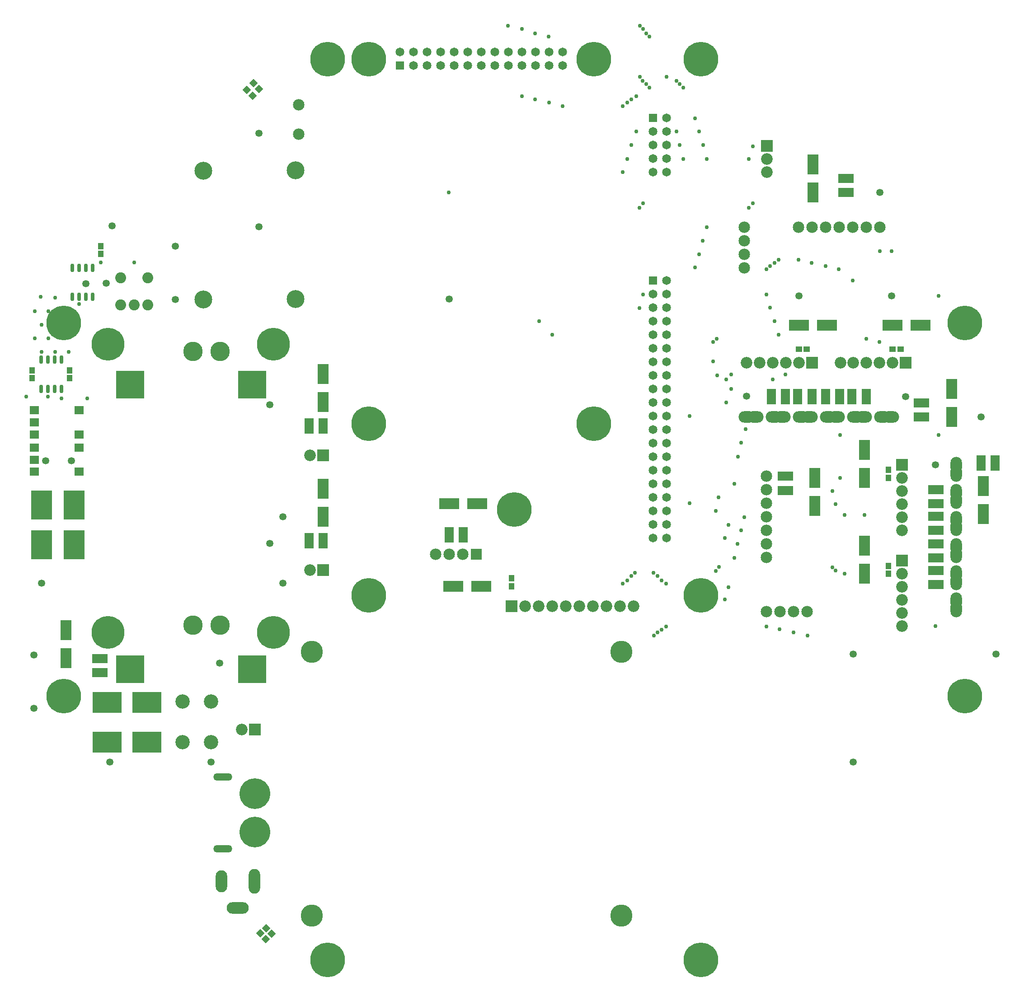
<source format=gts>
G04*
G04 #@! TF.GenerationSoftware,Altium Limited,Altium Designer,22.6.1 (34)*
G04*
G04 Layer_Color=8388736*
%FSLAX44Y44*%
%MOMM*%
G71*
G04*
G04 #@! TF.SameCoordinates,0282B534-2DD6-4313-8036-895CCBFEA7A8*
G04*
G04*
G04 #@! TF.FilePolarity,Negative*
G04*
G01*
G75*
%ADD32R,2.0000X3.7500*%
%ADD33R,3.7500X2.0000*%
%ADD34R,2.9500X1.7000*%
%ADD35R,1.7000X2.9500*%
%ADD36R,1.1000X1.1500*%
%ADD37R,1.1500X1.1000*%
%ADD38P,1.5556X4X90.0*%
%ADD39R,5.4840X3.9600*%
%ADD40R,3.9600X5.4840*%
G04:AMPARAMS|DCode=41|XSize=1.1mm|YSize=1.15mm|CornerRadius=0mm|HoleSize=0mm|Usage=FLASHONLY|Rotation=45.000|XOffset=0mm|YOffset=0mm|HoleType=Round|Shape=Rectangle|*
%AMROTATEDRECTD41*
4,1,4,0.0177,-0.7955,-0.7955,0.0177,-0.0177,0.7955,0.7955,-0.0177,0.0177,-0.7955,0.0*
%
%ADD41ROTATEDRECTD41*%

%ADD42R,1.7500X1.5500*%
%ADD43O,0.7500X1.6000*%
%ADD44C,6.5000*%
%ADD45C,2.0500*%
%ADD46C,3.3500*%
%ADD47C,1.6500*%
%ADD48R,1.6500X1.6500*%
%ADD49R,1.6500X1.6500*%
%ADD50O,4.1500X2.1500*%
%ADD51O,2.1500X4.1500*%
%ADD52O,2.1500X4.6500*%
%ADD53C,5.7500*%
%ADD54O,3.5500X1.3500*%
%ADD55C,2.1820*%
%ADD56R,2.1820X2.1820*%
%ADD57R,2.1820X2.1820*%
%ADD58C,2.1500*%
%ADD59O,3.1500X2.1500*%
%ADD60O,2.1500X3.1500*%
%ADD61C,2.6900*%
%ADD62R,2.8900X2.8900*%
%ADD63R,2.8900X2.8900*%
%ADD64C,3.6500*%
%ADD65R,2.1500X2.1500*%
%ADD66C,4.1500*%
%ADD67C,0.7500*%
%ADD68C,1.3500*%
%ADD69C,6.1500*%
D32*
X-6030Y-668090D02*
D03*
Y-720590D02*
D03*
X476000Y-187500D02*
D03*
Y-240000D02*
D03*
Y-402500D02*
D03*
Y-455000D02*
D03*
X1393350Y205000D02*
D03*
X1393350Y152500D02*
D03*
X1397350Y-434750D02*
D03*
Y-382250D02*
D03*
X1653350Y-215750D02*
D03*
Y-268250D02*
D03*
X1712871Y-450480D02*
D03*
Y-397979D02*
D03*
X1490621Y-330029D02*
D03*
Y-382529D02*
D03*
Y-509679D02*
D03*
Y-562179D02*
D03*
D33*
X764750Y-430500D02*
D03*
X712250D02*
D03*
X720150Y-585750D02*
D03*
X772650D02*
D03*
X1595490Y-96650D02*
D03*
X1542990D02*
D03*
X1419650Y-96650D02*
D03*
X1367150D02*
D03*
D34*
X57650Y-720750D02*
D03*
Y-747250D02*
D03*
X1455350Y179250D02*
D03*
X1455350Y152750D02*
D03*
X1342350Y-405750D02*
D03*
Y-379250D02*
D03*
X1597150Y-241600D02*
D03*
Y-268100D02*
D03*
X1623971Y-430829D02*
D03*
Y-404329D02*
D03*
Y-454030D02*
D03*
Y-480529D02*
D03*
Y-532429D02*
D03*
Y-505929D02*
D03*
Y-555630D02*
D03*
Y-582129D02*
D03*
D35*
X738750Y-488920D02*
D03*
X712250D02*
D03*
X449500Y-285000D02*
D03*
X476000D02*
D03*
X449500Y-500000D02*
D03*
X476000D02*
D03*
X1734850Y-354250D02*
D03*
X1708350D02*
D03*
X1466750Y-230000D02*
D03*
X1493250Y-230000D02*
D03*
X1443550Y-230000D02*
D03*
X1417050Y-230000D02*
D03*
X1365150Y-230000D02*
D03*
X1391650Y-230000D02*
D03*
X1341950Y-230000D02*
D03*
X1315450Y-230000D02*
D03*
D36*
X829350Y-570750D02*
D03*
Y-585750D02*
D03*
X1535071Y-367529D02*
D03*
Y-382529D02*
D03*
Y-547179D02*
D03*
Y-562179D02*
D03*
X59350Y37750D02*
D03*
Y52250D02*
D03*
X-69000Y-195000D02*
D03*
Y-180500D02*
D03*
X1000Y-195000D02*
D03*
Y-180500D02*
D03*
D37*
X1557990Y-141100D02*
D03*
X1542990Y-141100D02*
D03*
X1382150Y-141100D02*
D03*
X1367150D02*
D03*
D38*
X368801Y-1247110D02*
D03*
X357841Y-1236150D02*
D03*
X343559Y334199D02*
D03*
X332599Y345159D02*
D03*
D39*
X145608Y-803140D02*
D03*
X70932D02*
D03*
X145608Y-878070D02*
D03*
X70932D02*
D03*
D40*
X-51350Y-433412D02*
D03*
Y-508088D02*
D03*
X9150Y-433412D02*
D03*
Y-508088D02*
D03*
D41*
X369155Y-1226250D02*
D03*
X379408Y-1236503D02*
D03*
X345327Y357180D02*
D03*
X355580Y346927D02*
D03*
D42*
X18650Y-255750D02*
D03*
X-65350D02*
D03*
X18650Y-300750D02*
D03*
X-65350D02*
D03*
Y-278250D02*
D03*
Y-370750D02*
D03*
X18650D02*
D03*
X-65350Y-348250D02*
D03*
Y-325750D02*
D03*
X18650D02*
D03*
D43*
X-14650Y-160750D02*
D03*
X-27350D02*
D03*
X-40050D02*
D03*
X-52750D02*
D03*
X-14650Y-215250D02*
D03*
X-27350D02*
D03*
X-40050D02*
D03*
X-52750D02*
D03*
X44050Y11250D02*
D03*
X31350D02*
D03*
X18650D02*
D03*
X5950D02*
D03*
X44050Y-43250D02*
D03*
X31350D02*
D03*
X18650D02*
D03*
X5950D02*
D03*
D44*
X1183639Y402073D02*
D03*
Y402072D02*
D03*
Y-602327D02*
D03*
X561339Y402072D02*
D03*
Y-602327D02*
D03*
Y402072D02*
D03*
X982979Y402068D02*
D03*
X561339Y-281192D02*
D03*
X982979D02*
D03*
X484547Y402073D02*
D03*
X1677973Y-791353D02*
D03*
X-9786D02*
D03*
Y-92261D02*
D03*
X1677973D02*
D03*
X1183639Y-1285686D02*
D03*
X484547D02*
D03*
X834092Y-441806D02*
D03*
D45*
X121750Y-58050D02*
D03*
X147150D02*
D03*
X96350D02*
D03*
Y-7250D02*
D03*
X147150D02*
D03*
D46*
X251350Y193025D02*
D03*
Y-48275D02*
D03*
X424350Y194025D02*
D03*
Y-47275D02*
D03*
D47*
X1119339Y190772D02*
D03*
X1119039Y-139327D02*
D03*
Y-367928D02*
D03*
X1093639Y-37727D02*
D03*
Y-63127D02*
D03*
X1119039D02*
D03*
Y-164727D02*
D03*
Y-190128D02*
D03*
Y-215527D02*
D03*
Y-240928D02*
D03*
Y-266327D02*
D03*
Y-291728D02*
D03*
Y-113927D02*
D03*
Y-88527D02*
D03*
X1093639D02*
D03*
X1119039Y-37727D02*
D03*
Y-12328D02*
D03*
X1093639Y-113927D02*
D03*
Y-139327D02*
D03*
Y-190128D02*
D03*
Y-215527D02*
D03*
Y-240928D02*
D03*
Y-266327D02*
D03*
Y-291728D02*
D03*
Y-317127D02*
D03*
X1119039D02*
D03*
Y-342528D02*
D03*
X1093639D02*
D03*
Y-367928D02*
D03*
Y-164727D02*
D03*
X1119039Y-393327D02*
D03*
X1093639Y-469528D02*
D03*
Y-494927D02*
D03*
X1119039Y-418727D02*
D03*
Y-444128D02*
D03*
Y-469528D02*
D03*
Y-494927D02*
D03*
X1093639Y-393327D02*
D03*
Y-418727D02*
D03*
Y-444128D02*
D03*
X1093939Y216173D02*
D03*
Y266973D02*
D03*
X1119339Y241572D02*
D03*
Y266973D02*
D03*
Y216173D02*
D03*
X1093939Y241572D02*
D03*
X1119339Y292372D02*
D03*
X1093939Y190772D02*
D03*
X924559Y416040D02*
D03*
X645159D02*
D03*
X645159Y390640D02*
D03*
X619759Y416040D02*
D03*
X899159D02*
D03*
X899159Y390640D02*
D03*
X924559D02*
D03*
X772159D02*
D03*
X670559D02*
D03*
X695959D02*
D03*
X721359D02*
D03*
X746759Y390640D02*
D03*
X772159Y416040D02*
D03*
X746759D02*
D03*
X695959D02*
D03*
X721359D02*
D03*
X670559D02*
D03*
X873759D02*
D03*
X797559D02*
D03*
X822959D02*
D03*
X848359D02*
D03*
X797559Y390640D02*
D03*
X822959D02*
D03*
X873759D02*
D03*
X848359D02*
D03*
D48*
X1093639Y-12328D02*
D03*
X1093939Y292372D02*
D03*
D49*
X619759Y390640D02*
D03*
D50*
X315650Y-1188250D02*
D03*
D51*
X285650Y-1138250D02*
D03*
D52*
X347650D02*
D03*
D53*
X347672Y-1046386D02*
D03*
Y-974386D02*
D03*
D54*
X287672Y-942886D02*
D03*
Y-1077886D02*
D03*
D55*
X323800Y-853940D02*
D03*
X451500Y-555000D02*
D03*
X451500Y-340000D02*
D03*
X1307350Y190750D02*
D03*
Y215250D02*
D03*
X854750Y-623250D02*
D03*
X880150D02*
D03*
X905550D02*
D03*
X930950D02*
D03*
X956350D02*
D03*
X981750D02*
D03*
X1007150D02*
D03*
X1032550D02*
D03*
X1057950D02*
D03*
X1469490Y-166500D02*
D03*
X1444990Y-166500D02*
D03*
X1493990Y-166500D02*
D03*
X1542990Y-166500D02*
D03*
X1518490Y-166500D02*
D03*
X1293650Y-166500D02*
D03*
X1269150D02*
D03*
X1318150D02*
D03*
X1367150Y-166500D02*
D03*
X1342650Y-166500D02*
D03*
X1560471Y-456029D02*
D03*
Y-480529D02*
D03*
Y-431530D02*
D03*
Y-382529D02*
D03*
Y-407029D02*
D03*
Y-635679D02*
D03*
Y-660180D02*
D03*
Y-611180D02*
D03*
Y-562179D02*
D03*
Y-586679D02*
D03*
D56*
X348300Y-853940D02*
D03*
X476000Y-555000D02*
D03*
Y-340000D02*
D03*
X1567490Y-166500D02*
D03*
X1391650D02*
D03*
D57*
X1307350Y239750D02*
D03*
X829350Y-623250D02*
D03*
X1560471Y-358029D02*
D03*
Y-537679D02*
D03*
D58*
X1493250Y87500D02*
D03*
X1366250D02*
D03*
X1391650D02*
D03*
X1417050D02*
D03*
X1442450D02*
D03*
X1467850Y87500D02*
D03*
X1518650Y87500D02*
D03*
X1264650Y11300D02*
D03*
X1264650Y36700D02*
D03*
Y62100D02*
D03*
Y87500D02*
D03*
X1306471Y-404329D02*
D03*
Y-531329D02*
D03*
X1306471Y-505929D02*
D03*
X1306471Y-480530D02*
D03*
Y-455130D02*
D03*
Y-429729D02*
D03*
Y-378929D02*
D03*
X1382671Y-632929D02*
D03*
X1357271D02*
D03*
X1331871D02*
D03*
X1306471Y-632929D02*
D03*
X430150Y316750D02*
D03*
Y261750D02*
D03*
X737650Y-525750D02*
D03*
X686850D02*
D03*
X712250D02*
D03*
D59*
X1269750Y-268100D02*
D03*
X1284950Y-268100D02*
D03*
X1320550D02*
D03*
X1335750D02*
D03*
X1371350Y-268100D02*
D03*
X1386550Y-268100D02*
D03*
X1422150D02*
D03*
X1437350D02*
D03*
X1472950D02*
D03*
X1488150Y-268100D02*
D03*
X1523750Y-268100D02*
D03*
X1538950D02*
D03*
D60*
X1662071Y-627830D02*
D03*
Y-612629D02*
D03*
Y-577029D02*
D03*
Y-561829D02*
D03*
X1662071Y-526230D02*
D03*
X1662071Y-511029D02*
D03*
Y-475429D02*
D03*
Y-460229D02*
D03*
X1662071Y-424630D02*
D03*
X1662071Y-409429D02*
D03*
Y-373829D02*
D03*
Y-358629D02*
D03*
D61*
X212410Y-878070D02*
D03*
X265750D02*
D03*
X212410Y-801870D02*
D03*
X265750D02*
D03*
D62*
X354550Y-752650D02*
D03*
X331150Y-729250D02*
D03*
Y-195850D02*
D03*
X354550Y-219250D02*
D03*
X125950D02*
D03*
X102550Y-195850D02*
D03*
Y-729250D02*
D03*
X125950Y-752650D02*
D03*
D63*
X354550Y-729250D02*
D03*
X331150Y-752650D02*
D03*
X354550Y-195850D02*
D03*
X331150Y-219250D02*
D03*
X125950Y-195850D02*
D03*
X102550Y-219250D02*
D03*
X125950Y-729250D02*
D03*
X102550Y-752650D02*
D03*
D64*
X231850Y-658250D02*
D03*
X231850Y-145250D02*
D03*
X282650D02*
D03*
X282650Y-658250D02*
D03*
D65*
X763050Y-525750D02*
D03*
D66*
X455150Y-1203250D02*
D03*
X1035150D02*
D03*
X455150Y-708250D02*
D03*
X1035150D02*
D03*
D67*
X-950Y-146550D02*
D03*
X-26350Y-44950D02*
D03*
X-39050Y-70350D02*
D03*
Y-121150D02*
D03*
X-26350Y-146550D02*
D03*
X-64450Y-70350D02*
D03*
X-51750Y-95750D02*
D03*
X-64450Y-121150D02*
D03*
X-51750Y-146550D02*
D03*
X-53000Y-43000D02*
D03*
X1060000Y-560000D02*
D03*
X1095000D02*
D03*
X1341950Y-222500D02*
D03*
Y-237500D02*
D03*
X1443550Y-222500D02*
D03*
Y-237500D02*
D03*
X1712871Y-450480D02*
D03*
Y-462635D02*
D03*
X1713031Y-438325D02*
D03*
X1653510Y-203595D02*
D03*
X1653350Y-227905D02*
D03*
Y-215750D02*
D03*
X1734850Y-346750D02*
D03*
Y-361750D02*
D03*
X65150Y-720750D02*
D03*
X50150D02*
D03*
X-5870Y-655935D02*
D03*
X-6030Y-668090D02*
D03*
Y-680245D02*
D03*
X1589650Y-241600D02*
D03*
X1604650D02*
D03*
X368801Y-1247110D02*
D03*
X1631471Y-555630D02*
D03*
X1616471D02*
D03*
X1631471Y-532429D02*
D03*
X1616471D02*
D03*
X1631471Y-454030D02*
D03*
X1616471D02*
D03*
X1631471Y-430829D02*
D03*
X1616471D02*
D03*
X1365150Y-237500D02*
D03*
Y-222500D02*
D03*
X1466750D02*
D03*
Y-237500D02*
D03*
X1462850Y179250D02*
D03*
X1447850D02*
D03*
X1595490Y-96650D02*
D03*
X1607645D02*
D03*
X1583335Y-96490D02*
D03*
X1557990Y-141100D02*
D03*
X1431805Y-96650D02*
D03*
X1419650D02*
D03*
X1393350Y205000D02*
D03*
Y217155D02*
D03*
X1407495Y-96490D02*
D03*
X1393190Y192845D02*
D03*
X1382150Y-141100D02*
D03*
X1535071Y-367529D02*
D03*
X1490781Y-317875D02*
D03*
X1490621Y-342184D02*
D03*
Y-330029D02*
D03*
X1535071Y-547179D02*
D03*
X1490781Y-497524D02*
D03*
X1490621Y-521834D02*
D03*
Y-509679D02*
D03*
X1397510Y-422595D02*
D03*
X1397350Y-446905D02*
D03*
Y-434750D02*
D03*
X1349850Y-405750D02*
D03*
X1334850D02*
D03*
X476000Y-187500D02*
D03*
Y-175345D02*
D03*
X475840Y-199655D02*
D03*
X449500Y-292500D02*
D03*
Y-277500D02*
D03*
X343559Y334199D02*
D03*
X18650Y-255750D02*
D03*
X-65350D02*
D03*
X764750Y-430500D02*
D03*
X776905Y-430660D02*
D03*
X752595Y-430500D02*
D03*
X738750Y-496420D02*
D03*
Y-481420D02*
D03*
X829350Y-570750D02*
D03*
X732305Y-585750D02*
D03*
X720150D02*
D03*
X476000Y-402500D02*
D03*
Y-390345D02*
D03*
X18650Y-370750D02*
D03*
X-65350D02*
D03*
X707995Y-585590D02*
D03*
X475840Y-414655D02*
D03*
X449500Y-507500D02*
D03*
Y-492500D02*
D03*
X-69000Y-180500D02*
D03*
X1000D02*
D03*
X44050Y11250D02*
D03*
X31350D02*
D03*
X18650D02*
D03*
X5950D02*
D03*
X-14650Y-160750D02*
D03*
X-27350D02*
D03*
X-40050D02*
D03*
X-52750D02*
D03*
X5950Y-43250D02*
D03*
X1708350Y-346750D02*
D03*
Y-361750D02*
D03*
X1631471Y-480529D02*
D03*
X1616471D02*
D03*
X1631471Y-505929D02*
D03*
X1616471D02*
D03*
X1490621Y-574334D02*
D03*
Y-562179D02*
D03*
X1490781Y-550024D02*
D03*
X1281350Y238750D02*
D03*
Y132750D02*
D03*
X1075350D02*
D03*
Y-38250D02*
D03*
X1068350Y-64250D02*
D03*
Y123750D02*
D03*
X1273350D02*
D03*
X1273350Y215250D02*
D03*
X1194350Y87750D02*
D03*
Y215750D02*
D03*
X1188350Y241750D02*
D03*
X1187350Y61750D02*
D03*
X1180350Y36750D02*
D03*
Y266750D02*
D03*
X1172350Y291750D02*
D03*
Y11750D02*
D03*
X1468273Y-12328D02*
D03*
X1366350Y26750D02*
D03*
X1329350D02*
D03*
Y-114250D02*
D03*
X1321350Y20750D02*
D03*
Y-88250D02*
D03*
X1391350Y20750D02*
D03*
X1306350Y8750D02*
D03*
X1442350D02*
D03*
X1417350Y14750D02*
D03*
X1313350D02*
D03*
Y-63250D02*
D03*
X1306350Y-38250D02*
D03*
X1519350Y42750D02*
D03*
X1541350D02*
D03*
X1518350Y-127250D02*
D03*
X1206350D02*
D03*
X1213350Y-121250D02*
D03*
X1493350D02*
D03*
X1206350Y-164250D02*
D03*
X1214350Y-190250D02*
D03*
X1231350Y-241250D02*
D03*
Y-198250D02*
D03*
X1318350D02*
D03*
X1342350Y-188250D02*
D03*
X1240350D02*
D03*
Y-215250D02*
D03*
X1629350Y-302250D02*
D03*
X1444350D02*
D03*
X1444195Y-382529D02*
D03*
X1629350Y-41250D02*
D03*
X1490781Y-370374D02*
D03*
X1490621Y-382529D02*
D03*
Y-394684D02*
D03*
X1453350Y-562250D02*
D03*
Y-452250D02*
D03*
X1490350D02*
D03*
X1436350Y-431250D02*
D03*
Y-556250D02*
D03*
X1217089Y-418989D02*
D03*
X1217350Y-549250D02*
D03*
X1430234Y-550065D02*
D03*
X1430350Y-407250D02*
D03*
X1211350Y-557250D02*
D03*
Y-444250D02*
D03*
X1162350Y-430250D02*
D03*
Y-266250D02*
D03*
X1267350Y-291250D02*
D03*
X1265350Y-456250D02*
D03*
X1253073Y-342528D02*
D03*
X1252350Y-506250D02*
D03*
X1259350Y-480250D02*
D03*
Y-316250D02*
D03*
X1246350Y-532250D02*
D03*
Y-393250D02*
D03*
X1110350Y-667250D02*
D03*
X1095350Y-678250D02*
D03*
X1037350Y-580250D02*
D03*
X1118350D02*
D03*
Y-661250D02*
D03*
X1306350D02*
D03*
X1331350Y-666250D02*
D03*
X1110350Y-574250D02*
D03*
X1045350D02*
D03*
X1053350Y-566250D02*
D03*
X1102350D02*
D03*
X1102739Y-672059D02*
D03*
X1357350Y-672250D02*
D03*
X1383350Y-678250D02*
D03*
X1235350Y-470250D02*
D03*
X1228350Y-495250D02*
D03*
Y-610250D02*
D03*
X1235350Y-587250D02*
D03*
X1062350Y332750D02*
D03*
X848350D02*
D03*
X1053350Y326750D02*
D03*
X873350D02*
D03*
X1045350Y320750D02*
D03*
X899350D02*
D03*
X1037350Y314750D02*
D03*
X924350D02*
D03*
X1462850Y152750D02*
D03*
X1447850D02*
D03*
X1604650Y-268100D02*
D03*
X1589650D02*
D03*
X1493250Y-237500D02*
D03*
Y-222500D02*
D03*
X1315450Y-237500D02*
D03*
Y-222500D02*
D03*
X1334850Y-379250D02*
D03*
X1349850D02*
D03*
X1535071Y-382529D02*
D03*
X1397350Y-394405D02*
D03*
Y-382250D02*
D03*
X1397510Y-370095D02*
D03*
X1535071Y-562179D02*
D03*
X1653350Y-280405D02*
D03*
Y-268250D02*
D03*
X1653510Y-256095D02*
D03*
X1630850Y-403709D02*
D03*
X1615850D02*
D03*
X1623280Y-660180D02*
D03*
X1631471Y-582129D02*
D03*
X1616471D02*
D03*
X711350Y152750D02*
D03*
X1393350Y164655D02*
D03*
Y152500D02*
D03*
X1393190Y140345D02*
D03*
X905350Y-114250D02*
D03*
X880350Y-88250D02*
D03*
X1069350Y369750D02*
D03*
X1037350Y190750D02*
D03*
X1045350Y215750D02*
D03*
X1053350Y241750D02*
D03*
X1062350Y266750D02*
D03*
X1150350Y215750D02*
D03*
Y348750D02*
D03*
X1144350Y241750D02*
D03*
Y355750D02*
D03*
X1087350Y348750D02*
D03*
Y444750D02*
D03*
X1075350Y458750D02*
D03*
X848350D02*
D03*
X822350Y464750D02*
D03*
X1069350D02*
D03*
X1081350Y355750D02*
D03*
X1081347Y450753D02*
D03*
X1074350Y361750D02*
D03*
X898350Y444750D02*
D03*
X873350Y450750D02*
D03*
X1138350Y266750D02*
D03*
Y361750D02*
D03*
X1119350Y369750D02*
D03*
X122200Y21600D02*
D03*
X59350Y21250D02*
D03*
Y52250D02*
D03*
X18650Y-56650D02*
D03*
X44050Y-43250D02*
D03*
X-80000Y-230000D02*
D03*
X-40000D02*
D03*
X33650Y-233650D02*
D03*
X-14650D02*
D03*
X-65350Y-300750D02*
D03*
Y-325750D02*
D03*
X18650D02*
D03*
Y-300750D02*
D03*
X475840Y-252155D02*
D03*
X476000Y-240000D02*
D03*
Y-227845D02*
D03*
X475840Y-467155D02*
D03*
X476000Y-455000D02*
D03*
Y-442845D02*
D03*
X-5870Y-708435D02*
D03*
X-6030Y-720590D02*
D03*
Y-732745D02*
D03*
X65150Y-747250D02*
D03*
X50150D02*
D03*
D68*
X1367350Y-41250D02*
D03*
X1541350D02*
D03*
X1519000Y152400D02*
D03*
X1567350Y-230250D02*
D03*
X1269350Y-229250D02*
D03*
X1708350Y-268250D02*
D03*
X1736350Y-712250D02*
D03*
X1469350D02*
D03*
Y-915250D02*
D03*
X1623350Y-358250D02*
D03*
X712350Y-47250D02*
D03*
X282350Y-729250D02*
D03*
X266350Y-915250D02*
D03*
X355350Y263750D02*
D03*
Y88750D02*
D03*
X199000Y-48000D02*
D03*
X199350Y51750D02*
D03*
X69350Y-17140D02*
D03*
X31350Y-18250D02*
D03*
X80350Y89750D02*
D03*
X-44000Y-350000D02*
D03*
X4000D02*
D03*
X-51175Y-579825D02*
D03*
X376000Y-245000D02*
D03*
Y-505000D02*
D03*
X401000Y-580000D02*
D03*
Y-455000D02*
D03*
X-65720Y-714240D02*
D03*
X16770Y-491070D02*
D03*
Y-507580D02*
D03*
Y-524090D02*
D03*
X1530D02*
D03*
Y-507580D02*
D03*
Y-491070D02*
D03*
X87950Y-810760D02*
D03*
X71440D02*
D03*
X54930D02*
D03*
Y-795520D02*
D03*
X71440D02*
D03*
X87950D02*
D03*
X-65720Y-814570D02*
D03*
X128590Y-870450D02*
D03*
X145100D02*
D03*
X161610D02*
D03*
Y-885690D02*
D03*
X145100D02*
D03*
X128590D02*
D03*
Y-810760D02*
D03*
X145100D02*
D03*
X161610D02*
D03*
Y-795520D02*
D03*
X145100D02*
D03*
X128590D02*
D03*
X76520Y-914900D02*
D03*
D69*
X72890Y-672050D02*
D03*
X382890D02*
D03*
Y-132050D02*
D03*
X72890D02*
D03*
M02*

</source>
